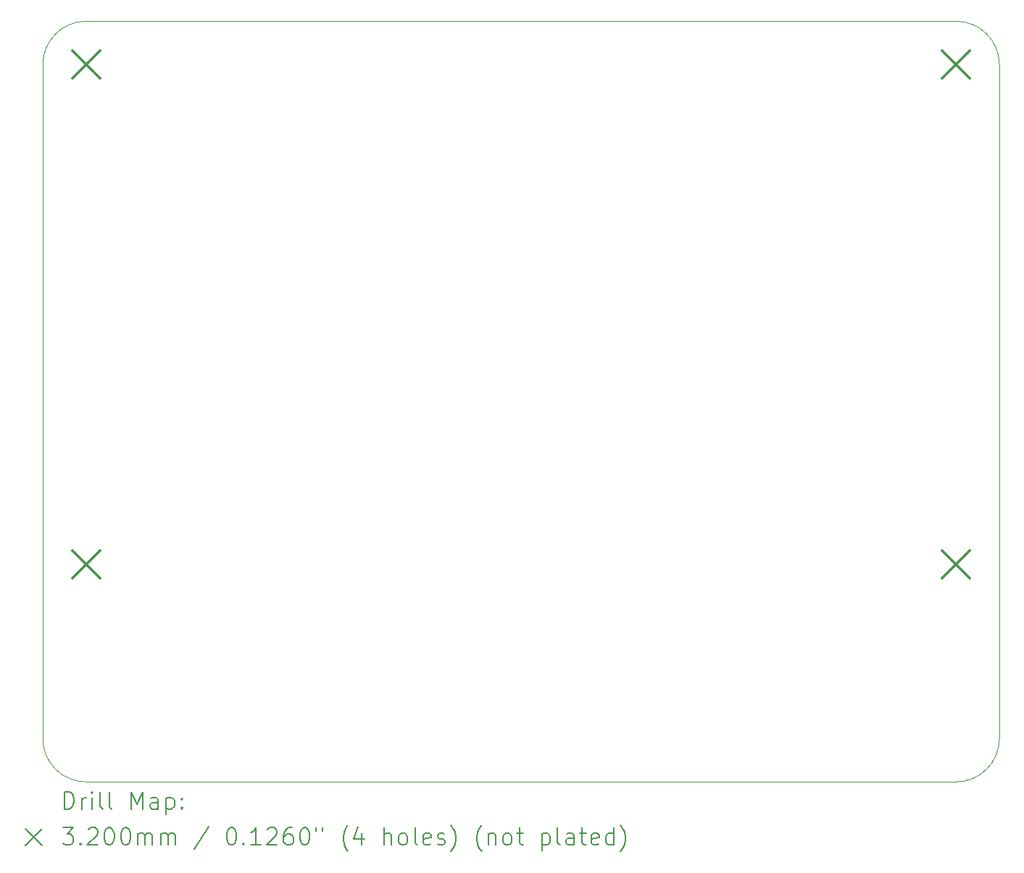
<source format=gbr>
%FSLAX45Y45*%
G04 Gerber Fmt 4.5, Leading zero omitted, Abs format (unit mm)*
G04 Created by KiCad (PCBNEW (6.0.0)) date 2022-08-18 21:59:38*
%MOMM*%
%LPD*%
G01*
G04 APERTURE LIST*
%TA.AperFunction,Profile*%
%ADD10C,0.100000*%
%TD*%
%ADD11C,0.200000*%
%ADD12C,0.320000*%
G04 APERTURE END LIST*
D10*
X16256000Y-4572000D02*
X16256000Y-12446000D01*
X15748000Y-12954000D02*
G75*
G03*
X16256000Y-12446000I0J508000D01*
G01*
X16256000Y-4572000D02*
G75*
G03*
X15748000Y-4064000I-508000J0D01*
G01*
X5080000Y-12446000D02*
G75*
G03*
X5588000Y-12954000I508000J0D01*
G01*
X5588000Y-4064000D02*
X15748000Y-4064000D01*
X5080000Y-12446000D02*
X5080000Y-12420600D01*
X5080000Y-12420600D02*
X5080000Y-4572000D01*
X5588000Y-4064000D02*
G75*
G03*
X5080000Y-4572000I0J-508000D01*
G01*
X15748000Y-12954000D02*
X5588000Y-12954000D01*
D11*
D12*
X5428000Y-4412000D02*
X5748000Y-4732000D01*
X5748000Y-4412000D02*
X5428000Y-4732000D01*
X5428000Y-10254000D02*
X5748000Y-10574000D01*
X5748000Y-10254000D02*
X5428000Y-10574000D01*
X15588000Y-4412000D02*
X15908000Y-4732000D01*
X15908000Y-4412000D02*
X15588000Y-4732000D01*
X15588000Y-10254000D02*
X15908000Y-10574000D01*
X15908000Y-10254000D02*
X15588000Y-10574000D01*
D11*
X5332619Y-13269476D02*
X5332619Y-13069476D01*
X5380238Y-13069476D01*
X5408810Y-13079000D01*
X5427857Y-13098048D01*
X5437381Y-13117095D01*
X5446905Y-13155190D01*
X5446905Y-13183762D01*
X5437381Y-13221857D01*
X5427857Y-13240905D01*
X5408810Y-13259952D01*
X5380238Y-13269476D01*
X5332619Y-13269476D01*
X5532619Y-13269476D02*
X5532619Y-13136143D01*
X5532619Y-13174238D02*
X5542143Y-13155190D01*
X5551667Y-13145667D01*
X5570714Y-13136143D01*
X5589762Y-13136143D01*
X5656428Y-13269476D02*
X5656428Y-13136143D01*
X5656428Y-13069476D02*
X5646905Y-13079000D01*
X5656428Y-13088524D01*
X5665952Y-13079000D01*
X5656428Y-13069476D01*
X5656428Y-13088524D01*
X5780238Y-13269476D02*
X5761190Y-13259952D01*
X5751667Y-13240905D01*
X5751667Y-13069476D01*
X5885000Y-13269476D02*
X5865952Y-13259952D01*
X5856428Y-13240905D01*
X5856428Y-13069476D01*
X6113571Y-13269476D02*
X6113571Y-13069476D01*
X6180238Y-13212333D01*
X6246905Y-13069476D01*
X6246905Y-13269476D01*
X6427857Y-13269476D02*
X6427857Y-13164714D01*
X6418333Y-13145667D01*
X6399286Y-13136143D01*
X6361190Y-13136143D01*
X6342143Y-13145667D01*
X6427857Y-13259952D02*
X6408809Y-13269476D01*
X6361190Y-13269476D01*
X6342143Y-13259952D01*
X6332619Y-13240905D01*
X6332619Y-13221857D01*
X6342143Y-13202809D01*
X6361190Y-13193286D01*
X6408809Y-13193286D01*
X6427857Y-13183762D01*
X6523095Y-13136143D02*
X6523095Y-13336143D01*
X6523095Y-13145667D02*
X6542143Y-13136143D01*
X6580238Y-13136143D01*
X6599286Y-13145667D01*
X6608809Y-13155190D01*
X6618333Y-13174238D01*
X6618333Y-13231381D01*
X6608809Y-13250428D01*
X6599286Y-13259952D01*
X6580238Y-13269476D01*
X6542143Y-13269476D01*
X6523095Y-13259952D01*
X6704048Y-13250428D02*
X6713571Y-13259952D01*
X6704048Y-13269476D01*
X6694524Y-13259952D01*
X6704048Y-13250428D01*
X6704048Y-13269476D01*
X6704048Y-13145667D02*
X6713571Y-13155190D01*
X6704048Y-13164714D01*
X6694524Y-13155190D01*
X6704048Y-13145667D01*
X6704048Y-13164714D01*
X4875000Y-13499000D02*
X5075000Y-13699000D01*
X5075000Y-13499000D02*
X4875000Y-13699000D01*
X5313571Y-13489476D02*
X5437381Y-13489476D01*
X5370714Y-13565667D01*
X5399286Y-13565667D01*
X5418333Y-13575190D01*
X5427857Y-13584714D01*
X5437381Y-13603762D01*
X5437381Y-13651381D01*
X5427857Y-13670428D01*
X5418333Y-13679952D01*
X5399286Y-13689476D01*
X5342143Y-13689476D01*
X5323095Y-13679952D01*
X5313571Y-13670428D01*
X5523095Y-13670428D02*
X5532619Y-13679952D01*
X5523095Y-13689476D01*
X5513571Y-13679952D01*
X5523095Y-13670428D01*
X5523095Y-13689476D01*
X5608809Y-13508524D02*
X5618333Y-13499000D01*
X5637381Y-13489476D01*
X5685000Y-13489476D01*
X5704048Y-13499000D01*
X5713571Y-13508524D01*
X5723095Y-13527571D01*
X5723095Y-13546619D01*
X5713571Y-13575190D01*
X5599286Y-13689476D01*
X5723095Y-13689476D01*
X5846905Y-13489476D02*
X5865952Y-13489476D01*
X5885000Y-13499000D01*
X5894524Y-13508524D01*
X5904048Y-13527571D01*
X5913571Y-13565667D01*
X5913571Y-13613286D01*
X5904048Y-13651381D01*
X5894524Y-13670428D01*
X5885000Y-13679952D01*
X5865952Y-13689476D01*
X5846905Y-13689476D01*
X5827857Y-13679952D01*
X5818333Y-13670428D01*
X5808809Y-13651381D01*
X5799286Y-13613286D01*
X5799286Y-13565667D01*
X5808809Y-13527571D01*
X5818333Y-13508524D01*
X5827857Y-13499000D01*
X5846905Y-13489476D01*
X6037381Y-13489476D02*
X6056428Y-13489476D01*
X6075476Y-13499000D01*
X6085000Y-13508524D01*
X6094524Y-13527571D01*
X6104048Y-13565667D01*
X6104048Y-13613286D01*
X6094524Y-13651381D01*
X6085000Y-13670428D01*
X6075476Y-13679952D01*
X6056428Y-13689476D01*
X6037381Y-13689476D01*
X6018333Y-13679952D01*
X6008809Y-13670428D01*
X5999286Y-13651381D01*
X5989762Y-13613286D01*
X5989762Y-13565667D01*
X5999286Y-13527571D01*
X6008809Y-13508524D01*
X6018333Y-13499000D01*
X6037381Y-13489476D01*
X6189762Y-13689476D02*
X6189762Y-13556143D01*
X6189762Y-13575190D02*
X6199286Y-13565667D01*
X6218333Y-13556143D01*
X6246905Y-13556143D01*
X6265952Y-13565667D01*
X6275476Y-13584714D01*
X6275476Y-13689476D01*
X6275476Y-13584714D02*
X6285000Y-13565667D01*
X6304048Y-13556143D01*
X6332619Y-13556143D01*
X6351667Y-13565667D01*
X6361190Y-13584714D01*
X6361190Y-13689476D01*
X6456428Y-13689476D02*
X6456428Y-13556143D01*
X6456428Y-13575190D02*
X6465952Y-13565667D01*
X6485000Y-13556143D01*
X6513571Y-13556143D01*
X6532619Y-13565667D01*
X6542143Y-13584714D01*
X6542143Y-13689476D01*
X6542143Y-13584714D02*
X6551667Y-13565667D01*
X6570714Y-13556143D01*
X6599286Y-13556143D01*
X6618333Y-13565667D01*
X6627857Y-13584714D01*
X6627857Y-13689476D01*
X7018333Y-13479952D02*
X6846905Y-13737095D01*
X7275476Y-13489476D02*
X7294524Y-13489476D01*
X7313571Y-13499000D01*
X7323095Y-13508524D01*
X7332619Y-13527571D01*
X7342143Y-13565667D01*
X7342143Y-13613286D01*
X7332619Y-13651381D01*
X7323095Y-13670428D01*
X7313571Y-13679952D01*
X7294524Y-13689476D01*
X7275476Y-13689476D01*
X7256428Y-13679952D01*
X7246905Y-13670428D01*
X7237381Y-13651381D01*
X7227857Y-13613286D01*
X7227857Y-13565667D01*
X7237381Y-13527571D01*
X7246905Y-13508524D01*
X7256428Y-13499000D01*
X7275476Y-13489476D01*
X7427857Y-13670428D02*
X7437381Y-13679952D01*
X7427857Y-13689476D01*
X7418333Y-13679952D01*
X7427857Y-13670428D01*
X7427857Y-13689476D01*
X7627857Y-13689476D02*
X7513571Y-13689476D01*
X7570714Y-13689476D02*
X7570714Y-13489476D01*
X7551667Y-13518048D01*
X7532619Y-13537095D01*
X7513571Y-13546619D01*
X7704048Y-13508524D02*
X7713571Y-13499000D01*
X7732619Y-13489476D01*
X7780238Y-13489476D01*
X7799286Y-13499000D01*
X7808809Y-13508524D01*
X7818333Y-13527571D01*
X7818333Y-13546619D01*
X7808809Y-13575190D01*
X7694524Y-13689476D01*
X7818333Y-13689476D01*
X7989762Y-13489476D02*
X7951667Y-13489476D01*
X7932619Y-13499000D01*
X7923095Y-13508524D01*
X7904048Y-13537095D01*
X7894524Y-13575190D01*
X7894524Y-13651381D01*
X7904048Y-13670428D01*
X7913571Y-13679952D01*
X7932619Y-13689476D01*
X7970714Y-13689476D01*
X7989762Y-13679952D01*
X7999286Y-13670428D01*
X8008809Y-13651381D01*
X8008809Y-13603762D01*
X7999286Y-13584714D01*
X7989762Y-13575190D01*
X7970714Y-13565667D01*
X7932619Y-13565667D01*
X7913571Y-13575190D01*
X7904048Y-13584714D01*
X7894524Y-13603762D01*
X8132619Y-13489476D02*
X8151667Y-13489476D01*
X8170714Y-13499000D01*
X8180238Y-13508524D01*
X8189762Y-13527571D01*
X8199286Y-13565667D01*
X8199286Y-13613286D01*
X8189762Y-13651381D01*
X8180238Y-13670428D01*
X8170714Y-13679952D01*
X8151667Y-13689476D01*
X8132619Y-13689476D01*
X8113571Y-13679952D01*
X8104048Y-13670428D01*
X8094524Y-13651381D01*
X8085000Y-13613286D01*
X8085000Y-13565667D01*
X8094524Y-13527571D01*
X8104048Y-13508524D01*
X8113571Y-13499000D01*
X8132619Y-13489476D01*
X8275476Y-13489476D02*
X8275476Y-13527571D01*
X8351667Y-13489476D02*
X8351667Y-13527571D01*
X8646905Y-13765667D02*
X8637381Y-13756143D01*
X8618333Y-13727571D01*
X8608810Y-13708524D01*
X8599286Y-13679952D01*
X8589762Y-13632333D01*
X8589762Y-13594238D01*
X8599286Y-13546619D01*
X8608810Y-13518048D01*
X8618333Y-13499000D01*
X8637381Y-13470428D01*
X8646905Y-13460905D01*
X8808810Y-13556143D02*
X8808810Y-13689476D01*
X8761190Y-13479952D02*
X8713571Y-13622809D01*
X8837381Y-13622809D01*
X9065952Y-13689476D02*
X9065952Y-13489476D01*
X9151667Y-13689476D02*
X9151667Y-13584714D01*
X9142143Y-13565667D01*
X9123095Y-13556143D01*
X9094524Y-13556143D01*
X9075476Y-13565667D01*
X9065952Y-13575190D01*
X9275476Y-13689476D02*
X9256429Y-13679952D01*
X9246905Y-13670428D01*
X9237381Y-13651381D01*
X9237381Y-13594238D01*
X9246905Y-13575190D01*
X9256429Y-13565667D01*
X9275476Y-13556143D01*
X9304048Y-13556143D01*
X9323095Y-13565667D01*
X9332619Y-13575190D01*
X9342143Y-13594238D01*
X9342143Y-13651381D01*
X9332619Y-13670428D01*
X9323095Y-13679952D01*
X9304048Y-13689476D01*
X9275476Y-13689476D01*
X9456429Y-13689476D02*
X9437381Y-13679952D01*
X9427857Y-13660905D01*
X9427857Y-13489476D01*
X9608810Y-13679952D02*
X9589762Y-13689476D01*
X9551667Y-13689476D01*
X9532619Y-13679952D01*
X9523095Y-13660905D01*
X9523095Y-13584714D01*
X9532619Y-13565667D01*
X9551667Y-13556143D01*
X9589762Y-13556143D01*
X9608810Y-13565667D01*
X9618333Y-13584714D01*
X9618333Y-13603762D01*
X9523095Y-13622809D01*
X9694524Y-13679952D02*
X9713571Y-13689476D01*
X9751667Y-13689476D01*
X9770714Y-13679952D01*
X9780238Y-13660905D01*
X9780238Y-13651381D01*
X9770714Y-13632333D01*
X9751667Y-13622809D01*
X9723095Y-13622809D01*
X9704048Y-13613286D01*
X9694524Y-13594238D01*
X9694524Y-13584714D01*
X9704048Y-13565667D01*
X9723095Y-13556143D01*
X9751667Y-13556143D01*
X9770714Y-13565667D01*
X9846905Y-13765667D02*
X9856429Y-13756143D01*
X9875476Y-13727571D01*
X9885000Y-13708524D01*
X9894524Y-13679952D01*
X9904048Y-13632333D01*
X9904048Y-13594238D01*
X9894524Y-13546619D01*
X9885000Y-13518048D01*
X9875476Y-13499000D01*
X9856429Y-13470428D01*
X9846905Y-13460905D01*
X10208810Y-13765667D02*
X10199286Y-13756143D01*
X10180238Y-13727571D01*
X10170714Y-13708524D01*
X10161190Y-13679952D01*
X10151667Y-13632333D01*
X10151667Y-13594238D01*
X10161190Y-13546619D01*
X10170714Y-13518048D01*
X10180238Y-13499000D01*
X10199286Y-13470428D01*
X10208810Y-13460905D01*
X10285000Y-13556143D02*
X10285000Y-13689476D01*
X10285000Y-13575190D02*
X10294524Y-13565667D01*
X10313571Y-13556143D01*
X10342143Y-13556143D01*
X10361190Y-13565667D01*
X10370714Y-13584714D01*
X10370714Y-13689476D01*
X10494524Y-13689476D02*
X10475476Y-13679952D01*
X10465952Y-13670428D01*
X10456429Y-13651381D01*
X10456429Y-13594238D01*
X10465952Y-13575190D01*
X10475476Y-13565667D01*
X10494524Y-13556143D01*
X10523095Y-13556143D01*
X10542143Y-13565667D01*
X10551667Y-13575190D01*
X10561190Y-13594238D01*
X10561190Y-13651381D01*
X10551667Y-13670428D01*
X10542143Y-13679952D01*
X10523095Y-13689476D01*
X10494524Y-13689476D01*
X10618333Y-13556143D02*
X10694524Y-13556143D01*
X10646905Y-13489476D02*
X10646905Y-13660905D01*
X10656429Y-13679952D01*
X10675476Y-13689476D01*
X10694524Y-13689476D01*
X10913571Y-13556143D02*
X10913571Y-13756143D01*
X10913571Y-13565667D02*
X10932619Y-13556143D01*
X10970714Y-13556143D01*
X10989762Y-13565667D01*
X10999286Y-13575190D01*
X11008810Y-13594238D01*
X11008810Y-13651381D01*
X10999286Y-13670428D01*
X10989762Y-13679952D01*
X10970714Y-13689476D01*
X10932619Y-13689476D01*
X10913571Y-13679952D01*
X11123095Y-13689476D02*
X11104048Y-13679952D01*
X11094524Y-13660905D01*
X11094524Y-13489476D01*
X11285000Y-13689476D02*
X11285000Y-13584714D01*
X11275476Y-13565667D01*
X11256428Y-13556143D01*
X11218333Y-13556143D01*
X11199286Y-13565667D01*
X11285000Y-13679952D02*
X11265952Y-13689476D01*
X11218333Y-13689476D01*
X11199286Y-13679952D01*
X11189762Y-13660905D01*
X11189762Y-13641857D01*
X11199286Y-13622809D01*
X11218333Y-13613286D01*
X11265952Y-13613286D01*
X11285000Y-13603762D01*
X11351667Y-13556143D02*
X11427857Y-13556143D01*
X11380238Y-13489476D02*
X11380238Y-13660905D01*
X11389762Y-13679952D01*
X11408809Y-13689476D01*
X11427857Y-13689476D01*
X11570714Y-13679952D02*
X11551667Y-13689476D01*
X11513571Y-13689476D01*
X11494524Y-13679952D01*
X11485000Y-13660905D01*
X11485000Y-13584714D01*
X11494524Y-13565667D01*
X11513571Y-13556143D01*
X11551667Y-13556143D01*
X11570714Y-13565667D01*
X11580238Y-13584714D01*
X11580238Y-13603762D01*
X11485000Y-13622809D01*
X11751667Y-13689476D02*
X11751667Y-13489476D01*
X11751667Y-13679952D02*
X11732619Y-13689476D01*
X11694524Y-13689476D01*
X11675476Y-13679952D01*
X11665952Y-13670428D01*
X11656428Y-13651381D01*
X11656428Y-13594238D01*
X11665952Y-13575190D01*
X11675476Y-13565667D01*
X11694524Y-13556143D01*
X11732619Y-13556143D01*
X11751667Y-13565667D01*
X11827857Y-13765667D02*
X11837381Y-13756143D01*
X11856428Y-13727571D01*
X11865952Y-13708524D01*
X11875476Y-13679952D01*
X11885000Y-13632333D01*
X11885000Y-13594238D01*
X11875476Y-13546619D01*
X11865952Y-13518048D01*
X11856428Y-13499000D01*
X11837381Y-13470428D01*
X11827857Y-13460905D01*
M02*

</source>
